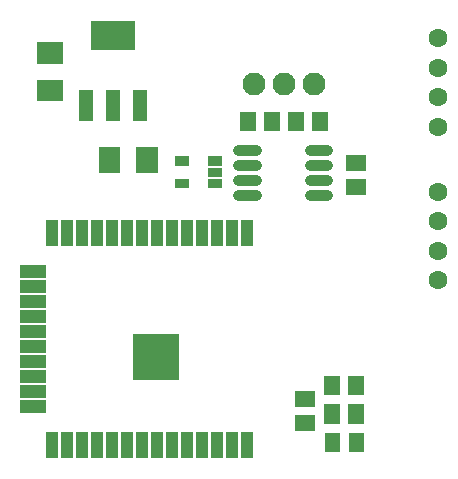
<source format=gbs>
G04 Layer: BottomSolderMaskLayer*
G04 EasyEDA v6.5.3, 2022-04-04 11:44:29*
G04 441a04c8791b4462941eed85b5e579c0,ea473c994f494bc6b3a27bf06e4933c6,10*
G04 Gerber Generator version 0.2*
G04 Scale: 100 percent, Rotated: No, Reflected: No *
G04 Dimensions in millimeters *
G04 leading zeros omitted , absolute positions ,4 integer and 5 decimal *
%FSLAX45Y45*%
%MOMM*%

%ADD34C,1.6016*%
%ADD35C,1.9515*%
%ADD38C,0.9032*%

%LPD*%
D38*
X1946841Y-1651000D02*
G01*
X2096841Y-1651000D01*
X1946841Y-1524000D02*
G01*
X2096841Y-1524000D01*
X1946841Y-1397000D02*
G01*
X2096841Y-1397000D01*
X1946841Y-1270000D02*
G01*
X2096841Y-1270000D01*
X2551358Y-1651000D02*
G01*
X2701361Y-1651000D01*
X2551358Y-1524000D02*
G01*
X2701361Y-1524000D01*
X2551358Y-1397000D02*
G01*
X2701361Y-1397000D01*
X2551358Y-1270000D02*
G01*
X2701361Y-1270000D01*
G36*
X765810Y-1469136D02*
G01*
X765810Y-1248663D01*
X946150Y-1248663D01*
X946150Y-1469136D01*
G37*
G36*
X1085850Y-1469136D02*
G01*
X1085850Y-1248663D01*
X1266189Y-1248663D01*
X1266189Y-1469136D01*
G37*
G36*
X245363Y-539750D02*
G01*
X245363Y-359410D01*
X465836Y-359410D01*
X465836Y-539750D01*
G37*
G36*
X245363Y-859789D02*
G01*
X245363Y-679450D01*
X465836Y-679450D01*
X465836Y-859789D01*
G37*
G36*
X2573527Y-1111250D02*
G01*
X2573527Y-946150D01*
X2709672Y-946150D01*
X2709672Y-1111250D01*
G37*
G36*
X2370327Y-1111250D02*
G01*
X2370327Y-946150D01*
X2506472Y-946150D01*
X2506472Y-1111250D01*
G37*
G36*
X1963927Y-1111250D02*
G01*
X1963927Y-946150D01*
X2100072Y-946150D01*
X2100072Y-1111250D01*
G37*
G36*
X2167127Y-1111250D02*
G01*
X2167127Y-946150D01*
X2303272Y-946150D01*
X2303272Y-1111250D01*
G37*
G36*
X2863850Y-1449070D02*
G01*
X2863850Y-1312926D01*
X3028950Y-1312926D01*
X3028950Y-1449070D01*
G37*
G36*
X2863850Y-1652270D02*
G01*
X2863850Y-1516126D01*
X3028950Y-1516126D01*
X3028950Y-1652270D01*
G37*
G36*
X2432050Y-3446271D02*
G01*
X2432050Y-3310128D01*
X2597150Y-3310128D01*
X2597150Y-3446271D01*
G37*
G36*
X2432050Y-3649471D02*
G01*
X2432050Y-3513328D01*
X2597150Y-3513328D01*
X2597150Y-3649471D01*
G37*
G36*
X2675127Y-3587750D02*
G01*
X2675127Y-3422650D01*
X2811272Y-3422650D01*
X2811272Y-3587750D01*
G37*
G36*
X2878327Y-3587750D02*
G01*
X2878327Y-3422650D01*
X3014472Y-3422650D01*
X3014472Y-3587750D01*
G37*
G36*
X2675127Y-3346450D02*
G01*
X2675127Y-3181350D01*
X2811272Y-3181350D01*
X2811272Y-3346450D01*
G37*
G36*
X2878327Y-3346450D02*
G01*
X2878327Y-3181350D01*
X3014472Y-3181350D01*
X3014472Y-3346450D01*
G37*
D34*
G01*
X3634993Y-324993D03*
G01*
X3634993Y-575005D03*
G01*
X3634993Y-824992D03*
G01*
X3634993Y-1075004D03*
G36*
X2883408Y-3824986D02*
G01*
X2883408Y-3668013D01*
X3009391Y-3668013D01*
X3009391Y-3824986D01*
G37*
G36*
X2680208Y-3824986D02*
G01*
X2680208Y-3668013D01*
X2806191Y-3668013D01*
X2806191Y-3824986D01*
G37*
G36*
X1058926Y-1023873D02*
G01*
X1058926Y-763778D01*
X1179068Y-763778D01*
X1179068Y-1023873D01*
G37*
G36*
X828802Y-1023873D02*
G01*
X828802Y-763778D01*
X949197Y-763778D01*
X949197Y-1023873D01*
G37*
G36*
X598931Y-1023873D02*
G01*
X598931Y-763778D01*
X719073Y-763778D01*
X719073Y-1023873D01*
G37*
G36*
X703834Y-421894D02*
G01*
X703834Y-177800D01*
X1074165Y-177800D01*
X1074165Y-421894D01*
G37*
G36*
X699515Y-3880357D02*
G01*
X699515Y-3660139D01*
X804671Y-3660139D01*
X804671Y-3880357D01*
G37*
G36*
X826515Y-3880357D02*
G01*
X826515Y-3660139D01*
X931671Y-3660139D01*
X931671Y-3880357D01*
G37*
G36*
X953515Y-3880357D02*
G01*
X953515Y-3660139D01*
X1058671Y-3660139D01*
X1058671Y-3880357D01*
G37*
G36*
X1080515Y-3880357D02*
G01*
X1080515Y-3660139D01*
X1185671Y-3660139D01*
X1185671Y-3880357D01*
G37*
G36*
X1207515Y-3880357D02*
G01*
X1207515Y-3660139D01*
X1312671Y-3660139D01*
X1312671Y-3880357D01*
G37*
G36*
X1334515Y-3880357D02*
G01*
X1334515Y-3660139D01*
X1439671Y-3660139D01*
X1439671Y-3880357D01*
G37*
G36*
X1461515Y-3880357D02*
G01*
X1461515Y-3660139D01*
X1566671Y-3660139D01*
X1566671Y-3880357D01*
G37*
G36*
X1588515Y-3880357D02*
G01*
X1588515Y-3660139D01*
X1693671Y-3660139D01*
X1693671Y-3880357D01*
G37*
G36*
X1715515Y-3880357D02*
G01*
X1715515Y-3660139D01*
X1820671Y-3660139D01*
X1820671Y-3880357D01*
G37*
G36*
X1842515Y-3880357D02*
G01*
X1842515Y-3660139D01*
X1947672Y-3660139D01*
X1947672Y-3880357D01*
G37*
G36*
X1969515Y-3880357D02*
G01*
X1969515Y-3660139D01*
X2074672Y-3660139D01*
X2074672Y-3880357D01*
G37*
G36*
X103123Y-3367278D02*
G01*
X103123Y-3262121D01*
X323087Y-3262121D01*
X323087Y-3367278D01*
G37*
G36*
X103123Y-3494278D02*
G01*
X103123Y-3389121D01*
X323087Y-3389121D01*
X323087Y-3494278D01*
G37*
G36*
X318515Y-3880357D02*
G01*
X318515Y-3660139D01*
X423671Y-3660139D01*
X423671Y-3880357D01*
G37*
G36*
X445515Y-3880357D02*
G01*
X445515Y-3660139D01*
X550671Y-3660139D01*
X550671Y-3880357D01*
G37*
G36*
X572515Y-3880357D02*
G01*
X572515Y-3660139D01*
X677671Y-3660139D01*
X677671Y-3880357D01*
G37*
G36*
X103123Y-3240278D02*
G01*
X103123Y-3135121D01*
X323087Y-3135121D01*
X323087Y-3240278D01*
G37*
G36*
X103123Y-3113278D02*
G01*
X103123Y-3008121D01*
X323087Y-3008121D01*
X323087Y-3113278D01*
G37*
G36*
X103123Y-2986278D02*
G01*
X103123Y-2881121D01*
X323087Y-2881121D01*
X323087Y-2986278D01*
G37*
G36*
X103123Y-2859278D02*
G01*
X103123Y-2754121D01*
X323087Y-2754121D01*
X323087Y-2859278D01*
G37*
G36*
X103123Y-2732278D02*
G01*
X103123Y-2627121D01*
X323087Y-2627121D01*
X323087Y-2732278D01*
G37*
G36*
X103123Y-2605278D02*
G01*
X103123Y-2500121D01*
X323087Y-2500121D01*
X323087Y-2605278D01*
G37*
G36*
X103123Y-2478278D02*
G01*
X103123Y-2373121D01*
X323087Y-2373121D01*
X323087Y-2478278D01*
G37*
G36*
X103123Y-2351278D02*
G01*
X103123Y-2246121D01*
X323087Y-2246121D01*
X323087Y-2351278D01*
G37*
G36*
X318515Y-2080260D02*
G01*
X318515Y-1860042D01*
X423671Y-1860042D01*
X423671Y-2080260D01*
G37*
G36*
X445515Y-2080260D02*
G01*
X445515Y-1860042D01*
X550671Y-1860042D01*
X550671Y-2080260D01*
G37*
G36*
X572515Y-2080260D02*
G01*
X572515Y-1860042D01*
X677671Y-1860042D01*
X677671Y-2080260D01*
G37*
G36*
X699515Y-2080260D02*
G01*
X699515Y-1860042D01*
X804671Y-1860042D01*
X804671Y-2080260D01*
G37*
G36*
X826515Y-2080260D02*
G01*
X826515Y-1860042D01*
X931671Y-1860042D01*
X931671Y-2080260D01*
G37*
G36*
X953515Y-2080260D02*
G01*
X953515Y-1860042D01*
X1058671Y-1860042D01*
X1058671Y-2080260D01*
G37*
G36*
X1080515Y-2080260D02*
G01*
X1080515Y-1860042D01*
X1185671Y-1860042D01*
X1185671Y-2080260D01*
G37*
G36*
X1207515Y-2080260D02*
G01*
X1207515Y-1860042D01*
X1312671Y-1860042D01*
X1312671Y-2080260D01*
G37*
G36*
X1334515Y-2080260D02*
G01*
X1334515Y-1860042D01*
X1439671Y-1860042D01*
X1439671Y-2080260D01*
G37*
G36*
X1461515Y-2080260D02*
G01*
X1461515Y-1860042D01*
X1566671Y-1860042D01*
X1566671Y-2080260D01*
G37*
G36*
X1588515Y-2080260D02*
G01*
X1588515Y-1860042D01*
X1693671Y-1860042D01*
X1693671Y-2080260D01*
G37*
G36*
X1715515Y-2080260D02*
G01*
X1715515Y-1860042D01*
X1820671Y-1860042D01*
X1820671Y-2080260D01*
G37*
G36*
X1842515Y-2080260D02*
G01*
X1842515Y-1860042D01*
X1947672Y-1860042D01*
X1947672Y-2080260D01*
G37*
G36*
X1969515Y-2080260D02*
G01*
X1969515Y-1860042D01*
X2074672Y-1860042D01*
X2074672Y-2080260D01*
G37*
G36*
X1054607Y-3216147D02*
G01*
X1054607Y-2826004D01*
X1444752Y-2826004D01*
X1444752Y-3216147D01*
G37*
G36*
X1692655Y-1405636D02*
G01*
X1692655Y-1325371D01*
X1813052Y-1325371D01*
X1813052Y-1405636D01*
G37*
G36*
X1692655Y-1500631D02*
G01*
X1692655Y-1420368D01*
X1813052Y-1420368D01*
X1813052Y-1500631D01*
G37*
G36*
X1692655Y-1595628D02*
G01*
X1692655Y-1515363D01*
X1813052Y-1515363D01*
X1813052Y-1595628D01*
G37*
G36*
X1412747Y-1595628D02*
G01*
X1412747Y-1515363D01*
X1533144Y-1515363D01*
X1533144Y-1595628D01*
G37*
G36*
X1412747Y-1405636D02*
G01*
X1412747Y-1325371D01*
X1533144Y-1325371D01*
X1533144Y-1405636D01*
G37*
D35*
G01*
X2590800Y-713409D03*
G01*
X2336800Y-713409D03*
G01*
X2082800Y-713409D03*
D34*
G01*
X3634993Y-1624990D03*
G01*
X3634993Y-1875002D03*
G01*
X3634993Y-2124989D03*
G01*
X3634993Y-2375001D03*
M02*

</source>
